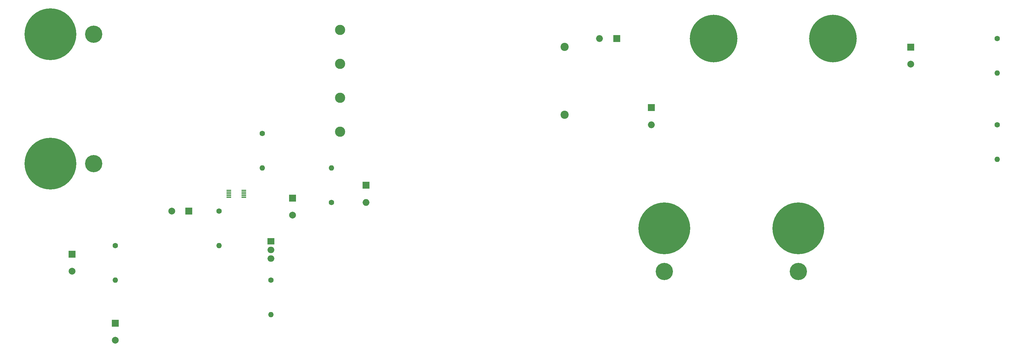
<source format=gbr>
G04 #@! TF.GenerationSoftware,KiCad,Pcbnew,(5.1.5)-3*
G04 #@! TF.CreationDate,2020-06-24T22:01:33+03:00*
G04 #@! TF.ProjectId,forward_converter_opto,666f7277-6172-4645-9f63-6f6e76657274,rev?*
G04 #@! TF.SameCoordinates,Original*
G04 #@! TF.FileFunction,Soldermask,Top*
G04 #@! TF.FilePolarity,Negative*
%FSLAX46Y46*%
G04 Gerber Fmt 4.6, Leading zero omitted, Abs format (unit mm)*
G04 Created by KiCad (PCBNEW (5.1.5)-3) date 2020-06-24 22:01:33*
%MOMM*%
%LPD*%
G04 APERTURE LIST*
%ADD10C,2.000000*%
%ADD11R,2.000000X2.000000*%
%ADD12C,3.000000*%
%ADD13C,2.400000*%
%ADD14R,2.000000X1.905000*%
%ADD15O,2.000000X1.905000*%
%ADD16O,2.000000X2.000000*%
%ADD17C,14.000000*%
%ADD18O,1.600000X1.600000*%
%ADD19C,1.600000*%
%ADD20R,1.400000X0.300000*%
%ADD21C,15.240000*%
%ADD22C,5.080000*%
G04 APERTURE END LIST*
D10*
X243840000Y-35480000D03*
D11*
X243840000Y-30480000D03*
D12*
X76200000Y-25400000D03*
X76200000Y-35400000D03*
X76200000Y-45400000D03*
X76200000Y-55400000D03*
D13*
X142200000Y-30400000D03*
X142200000Y-50400000D03*
D14*
X55880000Y-87630000D03*
D15*
X55880000Y-90170000D03*
X55880000Y-92710000D03*
D10*
X-2540000Y-96440000D03*
D11*
X-2540000Y-91440000D03*
X10160000Y-111760000D03*
D10*
X10160000Y-116760000D03*
D11*
X31750000Y-78740000D03*
D10*
X26750000Y-78740000D03*
X62230000Y-79930000D03*
D11*
X62230000Y-74930000D03*
X83820000Y-71120000D03*
D16*
X83820000Y-76200000D03*
D11*
X157480000Y-27940000D03*
D16*
X152400000Y-27940000D03*
D11*
X167640000Y-48260000D03*
D16*
X167640000Y-53340000D03*
D17*
X185980000Y-27940000D03*
X220980000Y-27940000D03*
D18*
X10160000Y-99060000D03*
D19*
X10160000Y-88900000D03*
D18*
X40640000Y-88900000D03*
D19*
X40640000Y-78740000D03*
D18*
X53340000Y-66040000D03*
D19*
X53340000Y-55880000D03*
X73660000Y-76200000D03*
D18*
X73660000Y-66040000D03*
D19*
X55880000Y-99060000D03*
D18*
X55880000Y-109220000D03*
X269240000Y-38100000D03*
D19*
X269240000Y-27940000D03*
X269240000Y-53340000D03*
D18*
X269240000Y-63500000D03*
D20*
X43520000Y-72660000D03*
X43520000Y-73160000D03*
X43520000Y-73660000D03*
X43520000Y-74160000D03*
X43520000Y-74660000D03*
X47920000Y-74660000D03*
X47920000Y-74160000D03*
X47920000Y-73660000D03*
X47920000Y-73160000D03*
X47920000Y-72660000D03*
D21*
X-8890000Y-26670000D03*
D22*
X3810000Y-26670000D03*
X3810000Y-64770000D03*
D21*
X-8890000Y-64770000D03*
X210820000Y-83820000D03*
D22*
X210820000Y-96520000D03*
X171450000Y-96520000D03*
D21*
X171450000Y-83820000D03*
M02*

</source>
